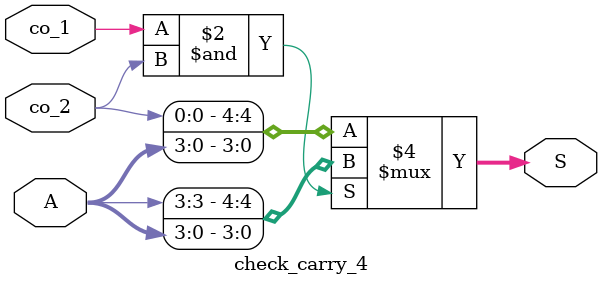
<source format=v>
`timescale 1ns / 1ps


module check_carry_4(
    input [4:0] A,
    output reg [4:0] S,
    input co_1,
    input co_2
    );
 

 always  @*
    if (co_1 & co_2) begin
        S = {A[3],A[3:0]};
    end else begin
        S = {co_2,A[3:0]};
    end
   

endmodule

</source>
